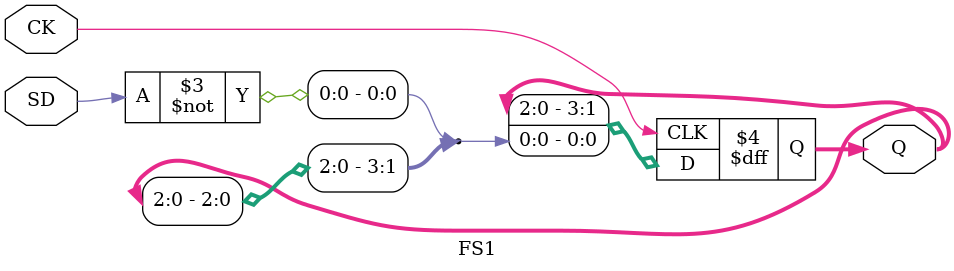
<source format=v>
`timescale 1ns/1ns

module FS1(
	input CK,
	input SD,
	output reg [3:0] Q
);

	always @(posedge ~CK)	// negedge CK
		Q <= {Q[2:0], ~SD};

endmodule

</source>
